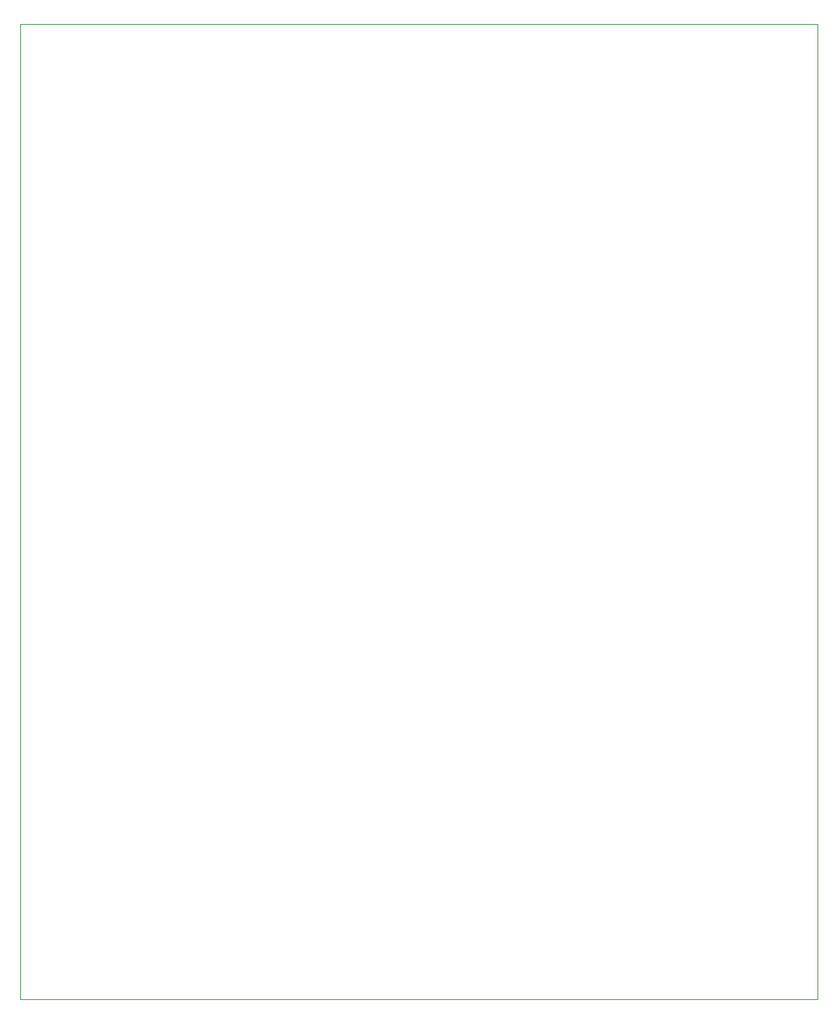
<source format=gbr>
G04 Layer_Color=0*
%FSLAX45Y45*%
%MOMM*%
%TF.FileFunction,Profile,NP*%
%TF.Part,Single*%
G01*
G75*
%TA.AperFunction,Profile*%
%ADD57C,0.02540*%
D57*
X0Y0D02*
X9000000D01*
Y11000000D01*
X0D01*
Y0D01*
%TF.MD5,a06b694b10b325846e8b2e71d5d991d0*%
M02*

</source>
